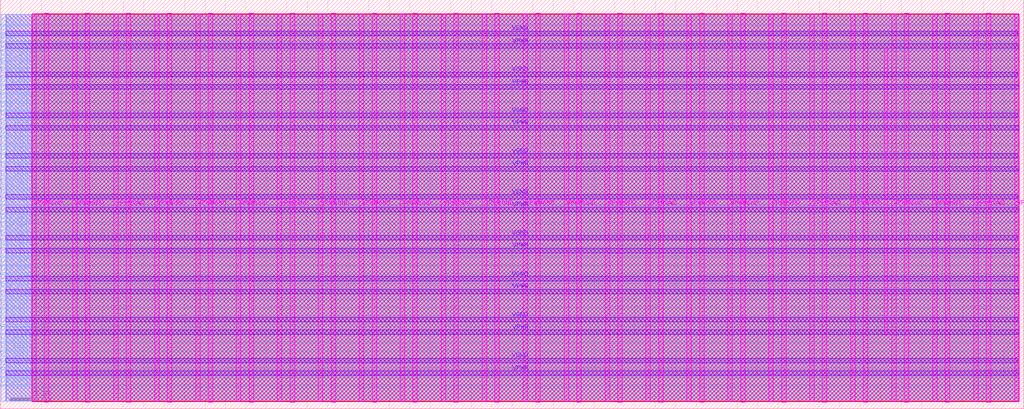
<source format=lef>
VERSION 5.7 ;
  NOWIREEXTENSIONATPIN ON ;
  DIVIDERCHAR "/" ;
  BUSBITCHARS "[]" ;
MACRO heichips25_pudding
  CLASS BLOCK ;
  FOREIGN heichips25_pudding ;
  ORIGIN 0.000 0.000 ;
  SIZE 500.000 BY 200.000 ;
  PIN VGND
    DIRECTION INOUT ;
    USE GROUND ;
    PORT
      LAYER TopMetal1 ;
        RECT 21.580 3.150 23.780 193.410 ;
    END
    PORT
      LAYER TopMetal1 ;
        RECT 41.580 3.150 43.780 193.410 ;
    END
    PORT
      LAYER TopMetal1 ;
        RECT 61.580 3.150 63.780 193.410 ;
    END
    PORT
      LAYER TopMetal1 ;
        RECT 81.580 3.150 83.780 193.410 ;
    END
    PORT
      LAYER TopMetal1 ;
        RECT 101.580 3.150 103.780 193.410 ;
    END
    PORT
      LAYER TopMetal1 ;
        RECT 121.580 3.150 123.780 193.410 ;
    END
    PORT
      LAYER TopMetal1 ;
        RECT 141.580 3.150 143.780 193.410 ;
    END
    PORT
      LAYER TopMetal1 ;
        RECT 161.580 3.150 163.780 193.410 ;
    END
    PORT
      LAYER TopMetal1 ;
        RECT 181.580 3.150 183.780 193.410 ;
    END
    PORT
      LAYER TopMetal1 ;
        RECT 201.580 3.150 203.780 193.410 ;
    END
    PORT
      LAYER TopMetal1 ;
        RECT 221.580 3.150 223.780 193.410 ;
    END
    PORT
      LAYER TopMetal1 ;
        RECT 241.580 3.150 243.780 193.410 ;
    END
    PORT
      LAYER TopMetal1 ;
        RECT 261.580 3.150 263.780 193.410 ;
    END
    PORT
      LAYER TopMetal1 ;
        RECT 281.580 3.150 283.780 193.410 ;
    END
    PORT
      LAYER TopMetal1 ;
        RECT 301.580 3.150 303.780 193.410 ;
    END
    PORT
      LAYER TopMetal1 ;
        RECT 321.580 3.150 323.780 193.410 ;
    END
    PORT
      LAYER TopMetal1 ;
        RECT 341.580 3.150 343.780 193.410 ;
    END
    PORT
      LAYER TopMetal1 ;
        RECT 361.580 3.150 363.780 193.410 ;
    END
    PORT
      LAYER TopMetal1 ;
        RECT 381.580 3.150 383.780 193.410 ;
    END
    PORT
      LAYER TopMetal1 ;
        RECT 401.580 3.150 403.780 193.410 ;
    END
    PORT
      LAYER TopMetal1 ;
        RECT 421.580 3.150 423.780 193.410 ;
    END
    PORT
      LAYER TopMetal1 ;
        RECT 441.580 3.150 443.780 193.410 ;
    END
    PORT
      LAYER TopMetal1 ;
        RECT 461.580 3.150 463.780 193.410 ;
    END
    PORT
      LAYER TopMetal1 ;
        RECT 481.580 3.150 483.780 193.410 ;
    END
    PORT
      LAYER TopMetal2 ;
        RECT 2.660 22.480 497.020 24.680 ;
    END
    PORT
      LAYER TopMetal2 ;
        RECT 2.660 42.480 497.020 44.680 ;
    END
    PORT
      LAYER TopMetal2 ;
        RECT 2.660 62.480 497.020 64.680 ;
    END
    PORT
      LAYER TopMetal2 ;
        RECT 2.660 82.480 497.020 84.680 ;
    END
    PORT
      LAYER TopMetal2 ;
        RECT 2.660 102.480 497.020 104.680 ;
    END
    PORT
      LAYER TopMetal2 ;
        RECT 2.660 122.480 497.020 124.680 ;
    END
    PORT
      LAYER TopMetal2 ;
        RECT 2.660 142.480 497.020 144.680 ;
    END
    PORT
      LAYER TopMetal2 ;
        RECT 2.660 162.480 497.020 164.680 ;
    END
    PORT
      LAYER TopMetal2 ;
        RECT 2.660 182.480 497.020 184.680 ;
    END
  END VGND
  PIN VPWR
    DIRECTION INOUT ;
    USE POWER ;
    PORT
      LAYER TopMetal1 ;
        RECT 15.380 3.560 17.580 193.000 ;
    END
    PORT
      LAYER TopMetal1 ;
        RECT 35.380 3.560 37.580 193.000 ;
    END
    PORT
      LAYER TopMetal1 ;
        RECT 55.380 3.560 57.580 193.000 ;
    END
    PORT
      LAYER TopMetal1 ;
        RECT 75.380 3.560 77.580 193.000 ;
    END
    PORT
      LAYER TopMetal1 ;
        RECT 95.380 3.560 97.580 193.000 ;
    END
    PORT
      LAYER TopMetal1 ;
        RECT 115.380 3.560 117.580 193.000 ;
    END
    PORT
      LAYER TopMetal1 ;
        RECT 135.380 3.560 137.580 193.000 ;
    END
    PORT
      LAYER TopMetal1 ;
        RECT 155.380 3.560 157.580 193.000 ;
    END
    PORT
      LAYER TopMetal1 ;
        RECT 175.380 3.560 177.580 193.000 ;
    END
    PORT
      LAYER TopMetal1 ;
        RECT 195.380 3.560 197.580 193.000 ;
    END
    PORT
      LAYER TopMetal1 ;
        RECT 215.380 3.560 217.580 193.000 ;
    END
    PORT
      LAYER TopMetal1 ;
        RECT 235.380 3.560 237.580 193.000 ;
    END
    PORT
      LAYER TopMetal1 ;
        RECT 255.380 3.560 257.580 193.000 ;
    END
    PORT
      LAYER TopMetal1 ;
        RECT 275.380 3.560 277.580 193.000 ;
    END
    PORT
      LAYER TopMetal1 ;
        RECT 295.380 3.560 297.580 193.000 ;
    END
    PORT
      LAYER TopMetal1 ;
        RECT 315.380 3.560 317.580 193.000 ;
    END
    PORT
      LAYER TopMetal1 ;
        RECT 335.380 3.560 337.580 193.000 ;
    END
    PORT
      LAYER TopMetal1 ;
        RECT 355.380 3.560 357.580 193.000 ;
    END
    PORT
      LAYER TopMetal1 ;
        RECT 375.380 3.560 377.580 193.000 ;
    END
    PORT
      LAYER TopMetal1 ;
        RECT 395.380 3.560 397.580 193.000 ;
    END
    PORT
      LAYER TopMetal1 ;
        RECT 415.380 3.560 417.580 193.000 ;
    END
    PORT
      LAYER TopMetal1 ;
        RECT 435.380 3.560 437.580 193.000 ;
    END
    PORT
      LAYER TopMetal1 ;
        RECT 455.380 3.560 457.580 193.000 ;
    END
    PORT
      LAYER TopMetal1 ;
        RECT 475.380 3.560 477.580 193.000 ;
    END
    PORT
      LAYER TopMetal1 ;
        RECT 495.380 3.560 497.580 193.000 ;
    END
    PORT
      LAYER TopMetal2 ;
        RECT 2.660 16.280 497.580 18.480 ;
    END
    PORT
      LAYER TopMetal2 ;
        RECT 2.660 36.280 497.580 38.480 ;
    END
    PORT
      LAYER TopMetal2 ;
        RECT 2.660 56.280 497.580 58.480 ;
    END
    PORT
      LAYER TopMetal2 ;
        RECT 2.660 76.280 497.580 78.480 ;
    END
    PORT
      LAYER TopMetal2 ;
        RECT 2.660 96.280 497.580 98.480 ;
    END
    PORT
      LAYER TopMetal2 ;
        RECT 2.660 116.280 497.580 118.480 ;
    END
    PORT
      LAYER TopMetal2 ;
        RECT 2.660 136.280 497.580 138.480 ;
    END
    PORT
      LAYER TopMetal2 ;
        RECT 2.660 156.280 497.580 158.480 ;
    END
    PORT
      LAYER TopMetal2 ;
        RECT 2.660 176.280 497.580 178.480 ;
    END
  END VPWR
  PIN clk
    DIRECTION INPUT ;
    USE SIGNAL ;
    PORT
      LAYER Metal3 ;
        RECT 0.000 183.340 0.400 183.740 ;
    END
  END clk
  PIN ena
    DIRECTION INPUT ;
    USE SIGNAL ;
    PORT
      LAYER Metal3 ;
        RECT 0.000 179.140 0.400 179.540 ;
    END
  END ena
  PIN rst_n
    DIRECTION INPUT ;
    USE SIGNAL ;
    PORT
      LAYER Metal3 ;
        RECT 0.000 187.540 0.400 187.940 ;
    END
  END rst_n
  PIN ui_in[0]
    DIRECTION INPUT ;
    USE SIGNAL ;
    ANTENNAGATEAREA 0.213200 ;
    PORT
      LAYER Metal3 ;
        RECT 0.000 111.940 0.400 112.340 ;
    END
  END ui_in[0]
  PIN ui_in[1]
    DIRECTION INPUT ;
    USE SIGNAL ;
    ANTENNAGATEAREA 0.213200 ;
    PORT
      LAYER Metal3 ;
        RECT 0.000 116.140 0.400 116.540 ;
    END
  END ui_in[1]
  PIN ui_in[2]
    DIRECTION INPUT ;
    USE SIGNAL ;
    ANTENNAGATEAREA 0.213200 ;
    PORT
      LAYER Metal3 ;
        RECT 0.000 120.340 0.400 120.740 ;
    END
  END ui_in[2]
  PIN ui_in[3]
    DIRECTION INPUT ;
    USE SIGNAL ;
    ANTENNAGATEAREA 0.213200 ;
    PORT
      LAYER Metal3 ;
        RECT 0.000 124.540 0.400 124.940 ;
    END
  END ui_in[3]
  PIN ui_in[4]
    DIRECTION INPUT ;
    USE SIGNAL ;
    PORT
      LAYER Metal3 ;
        RECT 0.000 128.740 0.400 129.140 ;
    END
  END ui_in[4]
  PIN ui_in[5]
    DIRECTION INPUT ;
    USE SIGNAL ;
    PORT
      LAYER Metal3 ;
        RECT 0.000 132.940 0.400 133.340 ;
    END
  END ui_in[5]
  PIN ui_in[6]
    DIRECTION INPUT ;
    USE SIGNAL ;
    PORT
      LAYER Metal3 ;
        RECT 0.000 137.140 0.400 137.540 ;
    END
  END ui_in[6]
  PIN ui_in[7]
    DIRECTION INPUT ;
    USE SIGNAL ;
    PORT
      LAYER Metal3 ;
        RECT 0.000 141.340 0.400 141.740 ;
    END
  END ui_in[7]
  PIN uio_in[0]
    DIRECTION INPUT ;
    USE SIGNAL ;
    PORT
      LAYER Metal3 ;
        RECT 0.000 145.540 0.400 145.940 ;
    END
  END uio_in[0]
  PIN uio_in[1]
    DIRECTION INPUT ;
    USE SIGNAL ;
    PORT
      LAYER Metal3 ;
        RECT 0.000 149.740 0.400 150.140 ;
    END
  END uio_in[1]
  PIN uio_in[2]
    DIRECTION INPUT ;
    USE SIGNAL ;
    PORT
      LAYER Metal3 ;
        RECT 0.000 153.940 0.400 154.340 ;
    END
  END uio_in[2]
  PIN uio_in[3]
    DIRECTION INPUT ;
    USE SIGNAL ;
    PORT
      LAYER Metal3 ;
        RECT 0.000 158.140 0.400 158.540 ;
    END
  END uio_in[3]
  PIN uio_in[4]
    DIRECTION INPUT ;
    USE SIGNAL ;
    PORT
      LAYER Metal3 ;
        RECT 0.000 162.340 0.400 162.740 ;
    END
  END uio_in[4]
  PIN uio_in[5]
    DIRECTION INPUT ;
    USE SIGNAL ;
    PORT
      LAYER Metal3 ;
        RECT 0.000 166.540 0.400 166.940 ;
    END
  END uio_in[5]
  PIN uio_in[6]
    DIRECTION INPUT ;
    USE SIGNAL ;
    PORT
      LAYER Metal3 ;
        RECT 0.000 170.740 0.400 171.140 ;
    END
  END uio_in[6]
  PIN uio_in[7]
    DIRECTION INPUT ;
    USE SIGNAL ;
    PORT
      LAYER Metal3 ;
        RECT 0.000 174.940 0.400 175.340 ;
    END
  END uio_in[7]
  PIN uio_oe[0]
    DIRECTION OUTPUT ;
    USE SIGNAL ;
    ANTENNADIFFAREA 0.392700 ;
    PORT
      LAYER Metal3 ;
        RECT 0.000 78.340 0.400 78.740 ;
    END
  END uio_oe[0]
  PIN uio_oe[1]
    DIRECTION OUTPUT ;
    USE SIGNAL ;
    ANTENNADIFFAREA 0.392700 ;
    PORT
      LAYER Metal3 ;
        RECT 0.000 82.540 0.400 82.940 ;
    END
  END uio_oe[1]
  PIN uio_oe[2]
    DIRECTION OUTPUT ;
    USE SIGNAL ;
    ANTENNADIFFAREA 0.392700 ;
    PORT
      LAYER Metal3 ;
        RECT 0.000 86.740 0.400 87.140 ;
    END
  END uio_oe[2]
  PIN uio_oe[3]
    DIRECTION OUTPUT ;
    USE SIGNAL ;
    ANTENNADIFFAREA 0.392700 ;
    PORT
      LAYER Metal3 ;
        RECT 0.000 90.940 0.400 91.340 ;
    END
  END uio_oe[3]
  PIN uio_oe[4]
    DIRECTION OUTPUT ;
    USE SIGNAL ;
    ANTENNADIFFAREA 0.392700 ;
    PORT
      LAYER Metal3 ;
        RECT 0.000 95.140 0.400 95.540 ;
    END
  END uio_oe[4]
  PIN uio_oe[5]
    DIRECTION OUTPUT ;
    USE SIGNAL ;
    ANTENNADIFFAREA 0.392700 ;
    PORT
      LAYER Metal3 ;
        RECT 0.000 99.340 0.400 99.740 ;
    END
  END uio_oe[5]
  PIN uio_oe[6]
    DIRECTION OUTPUT ;
    USE SIGNAL ;
    ANTENNADIFFAREA 0.392700 ;
    PORT
      LAYER Metal3 ;
        RECT 0.000 103.540 0.400 103.940 ;
    END
  END uio_oe[6]
  PIN uio_oe[7]
    DIRECTION OUTPUT ;
    USE SIGNAL ;
    ANTENNADIFFAREA 0.392700 ;
    PORT
      LAYER Metal3 ;
        RECT 0.000 107.740 0.400 108.140 ;
    END
  END uio_oe[7]
  PIN uio_out[0]
    DIRECTION OUTPUT ;
    USE SIGNAL ;
    ANTENNADIFFAREA 0.708600 ;
    PORT
      LAYER Metal3 ;
        RECT 0.000 44.740 0.400 45.140 ;
    END
  END uio_out[0]
  PIN uio_out[1]
    DIRECTION OUTPUT ;
    USE SIGNAL ;
    ANTENNADIFFAREA 0.708600 ;
    PORT
      LAYER Metal3 ;
        RECT 0.000 48.940 0.400 49.340 ;
    END
  END uio_out[1]
  PIN uio_out[2]
    DIRECTION OUTPUT ;
    USE SIGNAL ;
    ANTENNADIFFAREA 0.708600 ;
    PORT
      LAYER Metal3 ;
        RECT 0.000 53.140 0.400 53.540 ;
    END
  END uio_out[2]
  PIN uio_out[3]
    DIRECTION OUTPUT ;
    USE SIGNAL ;
    ANTENNADIFFAREA 0.708600 ;
    PORT
      LAYER Metal3 ;
        RECT 0.000 57.340 0.400 57.740 ;
    END
  END uio_out[3]
  PIN uio_out[4]
    DIRECTION OUTPUT ;
    USE SIGNAL ;
    ANTENNADIFFAREA 0.708600 ;
    PORT
      LAYER Metal3 ;
        RECT 0.000 61.540 0.400 61.940 ;
    END
  END uio_out[4]
  PIN uio_out[5]
    DIRECTION OUTPUT ;
    USE SIGNAL ;
    ANTENNADIFFAREA 0.708600 ;
    PORT
      LAYER Metal3 ;
        RECT 0.000 65.740 0.400 66.140 ;
    END
  END uio_out[5]
  PIN uio_out[6]
    DIRECTION OUTPUT ;
    USE SIGNAL ;
    ANTENNADIFFAREA 0.708600 ;
    PORT
      LAYER Metal3 ;
        RECT 0.000 69.940 0.400 70.340 ;
    END
  END uio_out[6]
  PIN uio_out[7]
    DIRECTION OUTPUT ;
    USE SIGNAL ;
    ANTENNADIFFAREA 0.708600 ;
    PORT
      LAYER Metal3 ;
        RECT 0.000 74.140 0.400 74.540 ;
    END
  END uio_out[7]
  PIN uo_out[0]
    DIRECTION OUTPUT ;
    USE SIGNAL ;
    ANTENNADIFFAREA 0.708600 ;
    PORT
      LAYER Metal3 ;
        RECT 0.000 11.140 0.400 11.540 ;
    END
  END uo_out[0]
  PIN uo_out[1]
    DIRECTION OUTPUT ;
    USE SIGNAL ;
    ANTENNADIFFAREA 0.708600 ;
    PORT
      LAYER Metal3 ;
        RECT 0.000 15.340 0.400 15.740 ;
    END
  END uo_out[1]
  PIN uo_out[2]
    DIRECTION OUTPUT ;
    USE SIGNAL ;
    ANTENNADIFFAREA 0.708600 ;
    PORT
      LAYER Metal3 ;
        RECT 0.000 19.540 0.400 19.940 ;
    END
  END uo_out[2]
  PIN uo_out[3]
    DIRECTION OUTPUT ;
    USE SIGNAL ;
    ANTENNADIFFAREA 0.708600 ;
    PORT
      LAYER Metal3 ;
        RECT 0.000 23.740 0.400 24.140 ;
    END
  END uo_out[3]
  PIN uo_out[4]
    DIRECTION OUTPUT ;
    USE SIGNAL ;
    ANTENNADIFFAREA 0.708600 ;
    PORT
      LAYER Metal3 ;
        RECT 0.000 27.940 0.400 28.340 ;
    END
  END uo_out[4]
  PIN uo_out[5]
    DIRECTION OUTPUT ;
    USE SIGNAL ;
    ANTENNADIFFAREA 0.708600 ;
    PORT
      LAYER Metal3 ;
        RECT 0.000 32.140 0.400 32.540 ;
    END
  END uo_out[5]
  PIN uo_out[6]
    DIRECTION OUTPUT ;
    USE SIGNAL ;
    ANTENNADIFFAREA 0.708600 ;
    PORT
      LAYER Metal3 ;
        RECT 0.000 36.340 0.400 36.740 ;
    END
  END uo_out[6]
  PIN uo_out[7]
    DIRECTION OUTPUT ;
    USE SIGNAL ;
    ANTENNADIFFAREA 0.708600 ;
    PORT
      LAYER Metal3 ;
        RECT 0.000 40.540 0.400 40.940 ;
    END
  END uo_out[7]
  OBS
      LAYER GatPoly ;
        RECT 2.880 3.630 496.800 192.930 ;
      LAYER Metal1 ;
        RECT 2.880 3.560 497.580 193.000 ;
      LAYER Metal2 ;
        RECT 2.775 3.635 497.400 192.925 ;
      LAYER Metal3 ;
        RECT 0.400 188.150 497.445 192.880 ;
        RECT 0.610 187.330 497.445 188.150 ;
        RECT 0.400 183.950 497.445 187.330 ;
        RECT 0.610 183.130 497.445 183.950 ;
        RECT 0.400 179.750 497.445 183.130 ;
        RECT 0.610 178.930 497.445 179.750 ;
        RECT 0.400 175.550 497.445 178.930 ;
        RECT 0.610 174.730 497.445 175.550 ;
        RECT 0.400 171.350 497.445 174.730 ;
        RECT 0.610 170.530 497.445 171.350 ;
        RECT 0.400 167.150 497.445 170.530 ;
        RECT 0.610 166.330 497.445 167.150 ;
        RECT 0.400 162.950 497.445 166.330 ;
        RECT 0.610 162.130 497.445 162.950 ;
        RECT 0.400 158.750 497.445 162.130 ;
        RECT 0.610 157.930 497.445 158.750 ;
        RECT 0.400 154.550 497.445 157.930 ;
        RECT 0.610 153.730 497.445 154.550 ;
        RECT 0.400 150.350 497.445 153.730 ;
        RECT 0.610 149.530 497.445 150.350 ;
        RECT 0.400 146.150 497.445 149.530 ;
        RECT 0.610 145.330 497.445 146.150 ;
        RECT 0.400 141.950 497.445 145.330 ;
        RECT 0.610 141.130 497.445 141.950 ;
        RECT 0.400 137.750 497.445 141.130 ;
        RECT 0.610 136.930 497.445 137.750 ;
        RECT 0.400 133.550 497.445 136.930 ;
        RECT 0.610 132.730 497.445 133.550 ;
        RECT 0.400 129.350 497.445 132.730 ;
        RECT 0.610 128.530 497.445 129.350 ;
        RECT 0.400 125.150 497.445 128.530 ;
        RECT 0.610 124.330 497.445 125.150 ;
        RECT 0.400 120.950 497.445 124.330 ;
        RECT 0.610 120.130 497.445 120.950 ;
        RECT 0.400 116.750 497.445 120.130 ;
        RECT 0.610 115.930 497.445 116.750 ;
        RECT 0.400 112.550 497.445 115.930 ;
        RECT 0.610 111.730 497.445 112.550 ;
        RECT 0.400 108.350 497.445 111.730 ;
        RECT 0.610 107.530 497.445 108.350 ;
        RECT 0.400 104.150 497.445 107.530 ;
        RECT 0.610 103.330 497.445 104.150 ;
        RECT 0.400 99.950 497.445 103.330 ;
        RECT 0.610 99.130 497.445 99.950 ;
        RECT 0.400 95.750 497.445 99.130 ;
        RECT 0.610 94.930 497.445 95.750 ;
        RECT 0.400 91.550 497.445 94.930 ;
        RECT 0.610 90.730 497.445 91.550 ;
        RECT 0.400 87.350 497.445 90.730 ;
        RECT 0.610 86.530 497.445 87.350 ;
        RECT 0.400 83.150 497.445 86.530 ;
        RECT 0.610 82.330 497.445 83.150 ;
        RECT 0.400 78.950 497.445 82.330 ;
        RECT 0.610 78.130 497.445 78.950 ;
        RECT 0.400 74.750 497.445 78.130 ;
        RECT 0.610 73.930 497.445 74.750 ;
        RECT 0.400 70.550 497.445 73.930 ;
        RECT 0.610 69.730 497.445 70.550 ;
        RECT 0.400 66.350 497.445 69.730 ;
        RECT 0.610 65.530 497.445 66.350 ;
        RECT 0.400 62.150 497.445 65.530 ;
        RECT 0.610 61.330 497.445 62.150 ;
        RECT 0.400 57.950 497.445 61.330 ;
        RECT 0.610 57.130 497.445 57.950 ;
        RECT 0.400 53.750 497.445 57.130 ;
        RECT 0.610 52.930 497.445 53.750 ;
        RECT 0.400 49.550 497.445 52.930 ;
        RECT 0.610 48.730 497.445 49.550 ;
        RECT 0.400 45.350 497.445 48.730 ;
        RECT 0.610 44.530 497.445 45.350 ;
        RECT 0.400 41.150 497.445 44.530 ;
        RECT 0.610 40.330 497.445 41.150 ;
        RECT 0.400 36.950 497.445 40.330 ;
        RECT 0.610 36.130 497.445 36.950 ;
        RECT 0.400 32.750 497.445 36.130 ;
        RECT 0.610 31.930 497.445 32.750 ;
        RECT 0.400 28.550 497.445 31.930 ;
        RECT 0.610 27.730 497.445 28.550 ;
        RECT 0.400 24.350 497.445 27.730 ;
        RECT 0.610 23.530 497.445 24.350 ;
        RECT 0.400 20.150 497.445 23.530 ;
        RECT 0.610 19.330 497.445 20.150 ;
        RECT 0.400 15.950 497.445 19.330 ;
        RECT 0.610 15.130 497.445 15.950 ;
        RECT 0.400 11.750 497.445 15.130 ;
        RECT 0.610 10.930 497.445 11.750 ;
        RECT 0.400 3.680 497.445 10.930 ;
      LAYER Metal4 ;
        RECT 15.560 3.635 497.400 192.925 ;
      LAYER Metal5 ;
        RECT 15.515 3.470 497.445 193.090 ;
      LAYER TopMetal1 ;
        RECT 431.740 36.140 433.380 175.540 ;
  END
END heichips25_pudding
END LIBRARY


</source>
